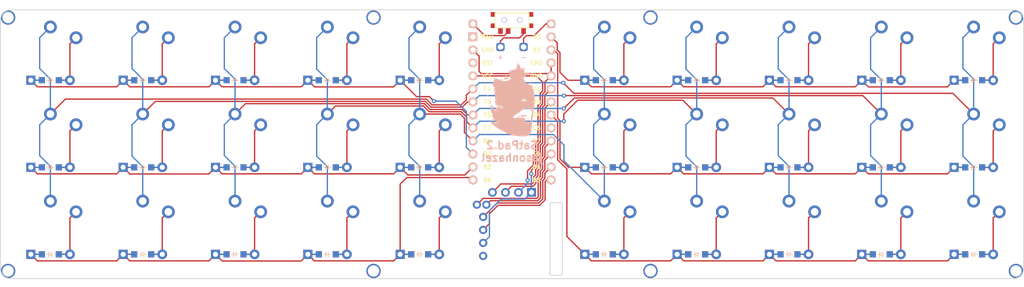
<source format=kicad_pcb>
(kicad_pcb (version 20211014) (generator pcbnew)
  (title_block (title "satpad") (rev "v1.0.0") (company "Unknown"))
  (layers (0 "F.Cu" signal) (31 "B.Cu" signal) (34 "B.Paste" user) (35 "F.Paste" user) (36 "B.SilkS" user "B.Silkscreen") (37 "F.SilkS" user "F.Silkscreen") (38 "B.Mask" user) (39 "F.Mask" user) (44 "Edge.Cuts" user))
  (net 0 "")
  (net 1 "pinky_bottom")
  (net 2 "F4")
  (net 3 "B6")
  (net 4 "pinky_home")
  (net 5 "B2")
  (net 6 "pinky_top")
  (net 7 "B3")
  (net 8 "ring_bottom")
  (net 9 "F5")
  (net 10 "ring_home")
  (net 11 "ring_top")
  (net 12 "middle_bottom")
  (net 13 "F6")
  (net 14 "middle_home")
  (net 15 "middle_top")
  (net 16 "index_bottom")
  (net 17 "F7")
  (net 18 "index_home")
  (net 19 "index_top")
  (net 20 "inner_bottom")
  (net 21 "B1")
  (net 22 "inner_home")
  (net 23 "inner_top")
  (net 24 "mirror_pinky_bottom")
  (net 25 "D4")
  (net 26 "mirror_pinky_home")
  (net 27 "D2")
  (net 28 "mirror_pinky_top")
  (net 29 "D3")
  (net 30 "mirror_ring_bottom")
  (net 31 "mirror_ring_home")
  (net 32 "mirror_ring_top")
  (net 33 "mirror_middle_bottom")
  (net 34 "mirror_middle_home")
  (net 35 "mirror_middle_top")
  (net 36 "mirror_index_bottom")
  (net 37 "mirror_index_home")
  (net 38 "mirror_index_top")
  (net 39 "mirror_inner_bottom")
  (net 40 "mirror_inner_home")
  (net 41 "mirror_inner_top")
  (net 42 "RAW")
  (net 43 "GND")
  (net 44 "RST")
  (net 45 "VCC")
  (net 46 "D1")
  (net 47 "D0")
  (net 48 "C6")
  (net 49 "D7")
  (net 50 "E6")
  (net 51 "B4")
  (net 52 "B5")
  (net 53 "Bplus")
  (net 54 "Bminus")
  (net 55 "BAT")
  (footprint "E73:SPDT_C128955" (layer "F.Cu") (at 90 -41.25)
    (fp_text reference "T1" hide)
    (fp_text value "" hide)
  )
  (footprint "ComboDiode" (layer "F.Cu") (at 54 -12.5)
    (fp_text reference "D11" hide)
    (fp_text value "" hide)
  )
  (footprint "M2" (layer "F.Cu") (at 188.25 -41.75)
    (fp_text reference "")
    (fp_text value "")
  )
  (footprint "RollerEncoder_Panasonic_EVQWGD001" (layer "F.Cu") (at 90 1)
    (fp_text reference "REF**")
    (fp_text value "RollerEncoder_Panasonic_EVQWGD001")
    (fp_line (start 9.5 -6.6) (end 7.7 -6.6) (layer "Edge.Cuts") (width 0.15))
    (fp_line (start 9.8 7.3) (end 9.8 -6.3) (layer "Edge.Cuts") (width 0.15))
    (fp_line (start 7.7 7.6) (end 9.5 7.6) (layer "Edge.Cuts") (width 0.15))
    (fp_line (start 7.4 -6.3) (end 7.4 7.3) (layer "Edge.Cuts") (width 0.15))
    (fp_arc (start 9.8 7.3) (mid 9.712132 7.512132) (end 9.5 7.6) (layer "Edge.Cuts") (width 0.15))
    (fp_arc (start 7.7 7.6) (mid 7.487868 7.512132) (end 7.4 7.3) (layer "Edge.Cuts") (width 0.15))
    (fp_arc (start 7.4 -6.3) (mid 7.487868 -6.512132) (end 7.7 -6.6) (layer "Edge.Cuts") (width 0.15))
    (fp_arc (start 9.5 -6.6) (mid 9.712132 -6.512132) (end 9.8 -6.3) (layer "Edge.Cuts") (width 0.15))
  )
  (footprint "ProMicro" (layer "F.Cu") (at 90 -24 -90)
    (fp_text reference "MCU1" hide)
    (fp_text value "" hide)
  )
  (footprint "ComboDiode" (layer "F.Cu") (at 72 -29.5)
    (fp_text reference "D15" hide)
    (fp_text value "" hide)
  )
  (footprint "PG1350" (layer "F.Cu") (at 0 -17)
    (fp_text reference "S2" hide)
    (fp_text value "" hide)
  )
  (footprint "PG1350" (layer "F.Cu") (at 162 0)
    (fp_text reference "S19" hide)
    (fp_text value "" hide)
  )
  (footprint "PG1350" (layer "F.Cu") (at 54 0)
    (fp_text reference "S10" hide)
    (fp_text value "" hide)
  )
  (footprint "M2" (layer "F.Cu") (at 117 7.75)
    (fp_text reference "")
    (fp_text value "")
  )
  (footprint "lib:OLED_headers" (layer "F.Cu") (at 84 -6 90)
    (fp_text reference "OLED1" hide)
    (fp_text value "OLED")
  )
  (footprint "ComboDiode" (layer "F.Cu") (at 18 4.5)
    (fp_text reference "D4" hide)
    (fp_text value "" hide)
  )
  (footprint "M2" (layer "F.Cu") (at 63 -41.75)
    (fp_text reference "")
    (fp_text value "")
  )
  (footprint "PG1350" (layer "F.Cu") (at 72 -17)
    (fp_text reference "S14" hide)
    (fp_text value "" hide)
  )
  (footprint "PG1350" (layer "F.Cu") (at 36 -17)
    (fp_text reference "S8" hide)
    (fp_text value "" hide)
  )
  (footprint "PG1350" (layer "F.Cu") (at 108 -34)
    (fp_text reference "S30" hide)
    (fp_text value "" hide)
  )
  (footprint "ComboDiode" (layer "F.Cu") (at 72 4.5)
    (fp_text reference "D13" hide)
    (fp_text value "" hide)
  )
  (footprint "PG1350" (layer "F.Cu") (at 72 -34)
    (fp_text reference "S15" hide)
    (fp_text value "" hide)
  )
  (footprint "PG1350" (layer "F.Cu") (at 108 -17)
    (fp_text reference "S29" hide)
    (fp_text value "" hide)
  )
  (footprint "M2" (layer "F.Cu") (at -8.25 -41.75)
    (fp_text reference "")
    (fp_text value "")
  )
  (footprint "ComboDiode" (layer "F.Cu") (at 108 -29.5)
    (fp_text reference "D30" hide)
    (fp_text value "" hide)
  )
  (footprint "PG1350" (layer "F.Cu") (at 126 0)
    (fp_text reference "S25" hide)
    (fp_text value "" hide)
  )
  (footprint "ComboDiode" (layer "F.Cu") (at 108 4.5)
    (fp_text reference "D28" hide)
    (fp_text value "" hide)
  )
  (footprint "PG1350" (layer "F.Cu") (at 126 -34)
    (fp_text reference "S27" hide)
    (fp_text value "" hide)
  )
  (footprint "ComboDiode" (layer "F.Cu") (at 144 -12.5)
    (fp_text reference "D23" hide)
    (fp_text value "" hide)
  )
  (footprint "PG1350" (layer "F.Cu") (at 0 0)
    (fp_text reference "S1" hide)
    (fp_text value "" hide)
  )
  (footprint "ComboDiode" (layer "F.Cu") (at 18 -29.5)
    (fp_text reference "D6" hide)
    (fp_text value "" hide)
  )
  (footprint "ComboDiode" (layer "F.Cu") (at 0 -12.5)
    (fp_text reference "D2" hide)
    (fp_text value "" hide)
  )
  (footprint "PG1350" (layer "F.Cu") (at 108 0)
    (fp_text reference "S28" hide)
    (fp_text value "" hide)
  )
  (footprint "M2" (layer "F.Cu") (at 117 -41.75)
    (fp_text reference "")
    (fp_text value "")
  )
  (footprint "ComboDiode" (layer "F.Cu") (at 162 4.5)
    (fp_text reference "D19" hide)
    (fp_text value "" hide)
  )
  (footprint "PG1350" (layer "F.Cu") (at 144 -17)
    (fp_text reference "S23" hide)
    (fp_text value "" hide)
  )
  (footprint "pin" (layer "F.Cu") (at 87.75 -36)
    (fp_text reference "")
    (fp_text value "")
  )
  (footprint "ComboDiode" (layer "F.Cu") (at 36 4.5)
    (fp_text reference "D7" hide)
    (fp_text value "" hide)
  )
  (footprint "PG1350" (layer "F.Cu") (at 36 0)
    (fp_text reference "S7" hide)
    (fp_text value "" hide)
  )
  (footprint "ComboDiode" (layer "F.Cu") (at 162 -29.5)
    (fp_text reference "D21" hide)
    (fp_text value "" hide)
  )
  (footprint "ComboDiode" (layer "F.Cu") (at 36 -12.5)
    (fp_text reference "D8" hide)
    (fp_text value "" hide)
  )
  (footprint "PG1350" (layer "F.Cu") (at 162 -34)
    (fp_text reference "S21" hide)
    (fp_text value "" hide)
  )
  (footprint "PG1350" (layer "F.Cu") (at 72 0)
    (fp_text reference "S13" hide)
    (fp_text value "" hide)
  )
  (footprint "ComboDiode" (layer "F.Cu") (at 54 -29.5)
    (fp_text reference "D12" hide)
    (fp_text value "" hide)
  )
  (footprint "M2" (layer "F.Cu") (at -8.25 7.75)
    (fp_text reference "")
    (fp_text value "")
  )
  (footprint "PG1350" (layer "F.Cu") (at 144 -34)
    (fp_text reference "S24" hide)
    (fp_text value "" hide)
  )
  (footprint "ComboDiode" (layer "F.Cu") (at 126 -12.5)
    (fp_text reference "D26" hide)
    (fp_text value "" hide)
  )
  (footprint "ComboDiode" (layer "F.Cu") (at 162 -12.5)
    (fp_text reference "D20" hide)
    (fp_text value "" hide)
  )
  (footprint "M2" (layer "F.Cu") (at 63 7.75)
    (fp_text reference "")
    (fp_text value "")
  )
  (footprint "PG1350" (layer "F.Cu") (at 18 -34)
    (fp_text reference "S6" hide)
    (fp_text value "" hide)
  )
  (footprint "PG1350" (layer "F.Cu") (at 18 -17)
    (fp_text reference "S5" hide)
    (fp_text value "" hide)
  )
  (footprint "M2" (layer "F.Cu") (at 188.25 7.75)
    (fp_text reference "")
    (fp_text value "")
  )
  (footprint "PG1350" (layer "F.Cu") (at 126 -17)
    (fp_text reference "S26" hide)
    (fp_text value "" hide)
  )
  (footprint "PG1350" (layer "F.Cu") (at 54 -34)
    (fp_text reference "S12" hide)
    (fp_text value "" hide)
  )
  (footprint "PG1350" (layer "F.Cu") (at 144 0)
    (fp_text reference "S22" hide)
    (fp_text value "" hide)
  )
  (footprint "PG1350" (layer "F.Cu") (at 162 -17)
    (fp_text reference "S20" hide)
    (fp_text value "" hide)
  )
  (footprint "PG1350" (layer "F.Cu") (at 180 -17)
    (fp_text reference "S17" hide)
    (fp_text value "" hide)
  )
  (footprint "PG1350" (layer "F.Cu") (at 18 0)
    (fp_text reference "S4" hide)
    (fp_text value "" hide)
  )
  (footprint "PG1350" (layer "F.Cu") (at 0 -34)
    (fp_text reference "S3" hide)
    (fp_text value "" hide)
  )
  (footprint "PG1350" (layer "F.Cu") (at 180 0)
    (fp_text reference "S16" hide)
    (fp_text value "" hide)
  )
  (footprint "ComboDiode" (layer "F.Cu") (at 180 -29.5)
    (fp_text reference "D18" hide)
    (fp_text value "" hide)
  )
  (footprint "ComboDiode" (layer "F.Cu") (at 180 4.5)
    (fp_text reference "D16" hide)
    (fp_text value "" hide)
  )
  (footprint "ComboDiode" (layer "F.Cu") (at 0 -29.5)
    (fp_text reference "D3" hide)
    (fp_text value "" hide)
  )
  (footprint "PG1350" (layer "F.Cu") (at 54 -17)
    (fp_text reference "S11" hide)
    (fp_text value "" hide)
  )
  (footprint "ComboDiode" (layer "F.Cu") (at 108 -12.5)
    (fp_text reference "D29" hide)
    (fp_text value "" hide)
  )
  (footprint "ComboDiode" (layer "F.Cu") (at 180 -12.5)
    (fp_text reference "D17" hide)
    (fp_text value "" hide)
  )
  (footprint "ComboDiode" (layer "F.Cu") (at 18 -12.5)
    (fp_text reference "D5" hide)
    (fp_text value "" hide)
  )
  (footprint "ComboDiode" (layer "F.Cu") (at 54 4.5)
    (fp_text reference "D10" hide)
    (fp_text value "" hide)
  )
  (footprint "pin" (layer "F.Cu") (at 92.25 -36)
    (fp_text reference "")
    (fp_text value "")
  )
  (footprint "PG1350" (layer "F.Cu") (at 36 -34)
    (fp_text reference "S9" hide)
    (fp_text value "" hide)
  )
  (footprint "ComboDiode" (layer "F.Cu") (at 126 4.5)
    (fp_text reference "D25" hide)
    (fp_text value "" hide)
  )
  (footprint "ComboDiode" (layer "F.Cu") (at 0 4.5)
    (fp_text reference "D1" hide)
    (fp_text value "" hide)
  )
  (footprint "ComboDiode" (layer "F.Cu") (at 36 -29.5)
    (fp_text reference "D9" hide)
    (fp_text value "" hide)
  )
  (footprint "ComboDiode" (layer "F.Cu") (at 72 -12.5)
    (fp_text reference "D14" hide)
    (fp_text value "" hide)
  )
  (footprint "PG1350" (layer "F.Cu") (at 180 -34)
    (fp_text reference "S18" hide)
    (fp_text value "" hide)
  )
  (footprint "ComboDiode" (layer "F.Cu") (at 144 4.5)
    (fp_text reference "D22" hide)
    (fp_text value "" hide)
  )
  (footprint "ComboDiode" (layer "F.Cu") (at 144 -29.5)
    (fp_text reference "D24" hide)
    (fp_text value "" hide)
  )
  (footprint "ComboDiode" (layer "F.Cu") (at 126 -29.5)
    (fp_text reference "D27" hide)
    (fp_text value "" hide)
  )
  (footprint "LOGO" (layer "B.Cu") (at 89.5 -25.9 180)
    (fp_text reference "G***")
    (fp_text value "LOGO" hide)
  )
  (gr_arc (start 189.75 7.25) (mid 189.164214 8.664214) (end 187.75 9.25) (layer "Edge.Cuts") (width 0.15))
  (gr_line (start 187.75 -43.25) (end -7.75 -43.25) (layer "Edge.Cuts") (width 0.15))
  (gr_line (start -7.75 9.25) (end 187.75 9.25) (layer "Edge.Cuts") (width 0.15))
  (gr_arc (start 187.75 -43.25) (mid 189.164214 -42.664214) (end 189.75 -41.25) (layer "Edge.Cuts") (width 0.15))
  (gr_arc (start -9.75 -41.25) (mid -9.164214 -42.664214) (end -7.75 -43.25) (layer "Edge.Cuts") (width 0.15))
  (gr_line (start 189.75 7.25) (end 189.75 -41.25) (layer "Edge.Cuts") (width 0.15))
  (gr_arc (start -7.75 9.25) (mid -9.164214 8.664214) (end -9.75 7.25) (layer "Edge.Cuts") (width 0.15))
  (gr_line (start -9.75 -41.25) (end -9.75 7.25) (layer "Edge.Cuts") (width 0.15))
  (gr_text "SatPad.2\njasonhazel" (at 90 -15.6) (layer "B.SilkS") (effects (font (size 1.5 1.5) (thickness 0.3)) (justify mirror)))
  (gr_text "+" (at 87.75 -34) (layer "B.SilkS") (effects (font (size 1 1))))
  (gr_text "-" (at 92.25 -34) (layer "B.SilkS") (effects (font (size 1 1))))
  (segment (start 5 -3.8) (end 3.81 -2.61) (width 0.25) (layer "F.Cu") (net 1))
  (segment (start 1.65 4.5) (end 3.81 4.5) (width 0.25) (layer "F.Cu") (net 1))
  (segment (start 3.81 -2.61) (end 3.81 4.5) (width 0.25) (layer "F.Cu") (net 1))
  (segment (start 1.65 4.5) (end 3.81 4.5) (width 0.25) (layer "B.Cu") (net 1))
  (segment (start 102.05048 -26.94952) (end 175.95048 -26.94952) (width 0.25) (layer "F.Cu") (net 2))
  (segment (start 81.1 -25.688204) (end 81.1 -26.6) (width 0.25) (layer "F.Cu") (net 2))
  (segment (start 73.284083 -25.823071) (end 74.409074 -24.69808) (width 0.25) (layer "F.Cu") (net 2))
  (segment (start 0 -22.9) (end 2.923071 -25.823071) (width 0.25) (layer "F.Cu") (net 2))
  (segment (start 82.31 -27.81) (end 82.38 -27.81) (width 0.25) (layer "F.Cu") (net 2))
  (segment (start 2.923071 -25.823071) (end 73.284083 -25.823071) (width 0.25) (layer "F.Cu") (net 2))
  (segment (start 100 -29) (end 102.05048 -26.94952) (width 0.25) (layer "F.Cu") (net 2))
  (segment (start 175.95048 -26.94952) (end 180 -22.9) (width 0.25) (layer "F.Cu") (net 2))
  (segment (start 81.1 -26.6) (end 82.31 -27.81) (width 0.25) (layer "F.Cu") (net 2))
  (segment (start 74.409074 -24.69808) (end 80.109876 -24.69808) (width 0.25) (layer "F.Cu") (net 2))
  (segment (start 80.109876 -24.69808) (end 81.1 -25.688204) (width 0.25) (layer "F.Cu") (net 2))
  (via (at 100 -29) (size 0.8) (drill 0.4) (layers "F.Cu" "B.Cu") (net 2))
  (segment (start 0 -22.9) (end -2.089021 -20.810979) (width 0.25) (layer "B.Cu") (net 2))
  (segment (start 99.989189 -29.010811) (end 83.580811 -29.010811) (width 0.25) (layer "B.Cu") (net 2))
  (segment (start 180 -12.6) (end 180 -5.9) (width 0.25) (layer "B.Cu") (net 2))
  (segment (start -2.089021 -14.788043) (end 0 -12.699022) (width 0.25) (layer "B.Cu") (net 2))
  (segment (start 177.910979 -20.810979) (end 177.910979 -14.689021) (width 0.25) (layer "B.Cu") (net 2))
  (segment (start 0 -12.699022) (end 0 -5.9) (width 0.25) (layer "B.Cu") (net 2))
  (segment (start 0 -29.699022) (end 0 -22.9) (width 0.25) (layer "B.Cu") (net 2))
  (segment (start 180 -22.9) (end 177.910979 -20.810979) (width 0.25) (layer "B.Cu") (net 2))
  (segment (start 177.910979 -14.689021) (end 180 -12.6) (width 0.25) (layer "B.Cu") (net 2))
  (segment (start 177.910979 -37.810979) (end 177.910979 -31.81451) (width 0.25) (layer "B.Cu") (net 2))
  (segment (start 0 -39.9) (end -2.089021 -37.810979) (width 0.25) (layer "B.Cu") (net 2))
  (segment (start -2.089021 -31.788043) (end 0 -29.699022) (width 0.25) (layer "B.Cu") (net 2))
  (segment (start 100 -29) (end 99.989189 -29.010811) (width 0.25) (layer "B.Cu") (net 2))
  (segment (start -2.089021 -20.810979) (end -2.089021 -14.788043) (width 0.25) (layer "B.Cu") (net 2))
  (segment (start 83.580811 -29.010811) (end 82.38 -27.81) (width 0.25) (layer "B.Cu") (net 2))
  (segment (start 180 -39.9) (end 177.910979 -37.810979) (width 0.25) (layer "B.Cu") (net 2))
  (segment (start 177.910979 -31.81451) (end 180 -29.725489) (width 0.25) (layer "B.Cu") (net 2))
  (segment (start -2.089021 -37.810979) (end -2.089021 -31.788043) (width 0.25) (layer "B.Cu") (net 2))
  (segment (start 180 -29.725489) (end 180 -22.9) (width 0.25) (layer "B.Cu") (net 2))
  (segment (start -3.81 4.5) (end -1.65 4.5) (width 0.25) (layer "F.Cu") (net 3))
  (segment (start 14.19 4.5) (end 12.912989 5.777011) (width 0.25) (layer "F.Cu") (net 3))
  (segment (start 14.19 4.5) (end 16.35 4.5) (width 0.25) (layer "F.Cu") (net 3))
  (segment (start 68.19 -9.19) (end 69.5 -10.5) (width 0.25) (layer "F.Cu") (net 3))
  (segment (start 50.19 4.5) (end 52.35 4.5) (width 0.25) (layer "F.Cu") (net 3))
  (segment (start 68.19 4.5) (end 66.912989 5.777011) (width 0.25) (layer "F.Cu") (net 3))
  (segment (start 69.5 -10.5) (end 81.91 -10.5) (width 0.25) (layer "F.Cu") (net 3))
  (segment (start 33.49 5.8) (end 32.19 4.5) (width 0.25) (layer "F.Cu") (net 3))
  (segment (start 81.91 -10.5) (end 82.38 -10.03) (width 0.25) (layer "F.Cu") (net 3))
  (segment (start 68.19 4.5) (end 68.19 -9.19) (width 0.25) (layer "F.Cu") (net 3))
  (segment (start -2.532989 5.777011) (end -3.81 4.5) (width 0.25) (layer "F.Cu") (net 3))
  (segment (start 12.912989 5.777011) (end -2.532989 5.777011) (width 0.25) (layer "F.Cu") (net 3))
  (segment (start 51.467011 5.777011) (end 50.19 4.5) (width 0.25) (layer "F.Cu") (net 3))
  (segment (start 32.19 4.5) (end 30.912989 5.777011) (width 0.25) (layer "F.Cu") (net 3))
  (segment (start 15.467011 5.777011) (end 14.19 4.5) (width 0.25) (layer "F.Cu") (net 3))
  (segment (start 50.19 4.5) (end 48.89 5.8) (width 0.25) (layer "F.Cu") (net 3))
  (segment (start 30.912989 5.777011) (end 15.467011 5.777011) (width 0.25) (layer "F.Cu") (net 3))
  (segment (start 32.19 4.5) (end 34.35 4.5) (width 0.25) (layer "F.Cu") (net 3))
  (segment (start 48.89 5.8) (end 33.49 5.8) (width 0.25) (layer "F.Cu") (net 3))
  (segment (start 66.912989 5.777011) (end 51.467011 5.777011) (width 0.25) (layer "F.Cu") (net 3))
  (segment (start 68.19 4.5) (end 70.35 4.5) (width 0.25) (layer "F.Cu") (net 3))
  (segment (start 14.19 4.5) (end 16.35 4.5) (width 0.25) (layer "B.Cu") (net 3))
  (segment (start 50.19 4.5) (end 52.35 4.5) (width 0.25) (layer "B.Cu") (net 3))
  (segment (start -3.81 4.5) (end -1.65 4.5) (width 0.25) (layer "B.Cu") (net 3))
  (segment (start 32.19 4.5) (end 34.35 4.5) (width 0.25) (layer "B.Cu") (net 3))
  (segment (start 68.19 4.5) (end 70.35 4.5) (width 0.25) (layer "B.Cu") (net 3))
  (segment (start 3.81 -19.61) (end 3.81 -12.5) (width 0.25) (layer "F.Cu") (net 4))
  (segment (start 3.81 -12.5) (end 1.65 -12.5) (width 0.25) (layer "F.Cu") (net 4))
  (segment (start 5 -20.8) (end 3.81 -19.61) (width 0.25) (layer "F.Cu") (net 4))
  (segment (start 3.81 -12.5) (end 1.65 -12.5) (width 0.25) (layer "B.Cu") (net 4))
  (segment (start 82.37 -12.57) (end 82.38 -12.57) (width 0.25) (layer "F.Cu") (net 5))
  (segment (start 68.19 -12.5) (end 66.912989 -11.222989) (width 0.25) (layer "F.Cu") (net 5))
  (segment (start 15.49 -11.2) (end 14.19 -12.5) (width 0.25) (layer "F.Cu") (net 5))
  (segment (start 69.69 -11) (end 80.8 -11) (width 0.25) (layer "F.Cu") (net 5))
  (segment (start 48.912989 -11.222989) (end 33.467011 -11.222989) (width 0.25) (layer "F.Cu") (net 5))
  (segment (start 34.35 -12.5) (end 32.19 -12.5) (width 0.25) (layer "F.Cu") (net 5))
  (segment (start 80.8 -11) (end 82.37 -12.57) (width 0.25) (layer "F.Cu") (net 5))
  (segment (start -2.532989 -11.222989) (end -3.81 -12.5) (width 0.25) (layer "F.Cu") (net 5))
  (segment (start 70.35 -12.5) (end 68.19 -12.5) (width 0.25) (layer "F.Cu") (net 5))
  (segment (start 66.912989 -11.222989) (end 51.467011 -11.222989) (width 0.25) (layer "F.Cu") (net 5))
  (segment (start 33.467011 -11.222989) (end 32.19 -12.5) (width 0.25) (layer "F.Cu") (net 5))
  (segment (start 32.19 -12.5) (end 30.89 -11.2) (width 0.25) (layer "F.Cu") (net 5))
  (segment (start 51.467011 -11.222989) (end 50.19 -12.5) (width 0.25) (layer "F.Cu") (net 5))
  (segment (start -1.65 -12.5) (end -3.81 -12.5) (width 0.25) (layer "F.Cu") (net 5))
  (segment (start 14.19 -12.5) (end 12.912989 -11.222989) (width 0.25) (layer "F.Cu") (net 5))
  (segment (start 50.19 -12.5) (end 48.912989 -11.222989) (width 0.25) (layer "F.Cu") (net 5))
  (segment (start 12.912989 -11.222989) (end -2.532989 -11.222989) (width 0.25) (layer "F.Cu") (net 5))
  (segment (start 68.19 -12.5) (end 69.69 -11) (width 0.25) (layer "F.Cu") (net 5))
  (segment (start 52.35 -12.5) (end 50.19 -12.5) (width 0.25) (layer "F.Cu") (net 5))
  (segment (start 16.35 -12.5) (end 14.19 -12.5) (width 0.25) (layer "F.Cu") (net 5))
  (segment (start 30.89 -11.2) (end 15.49 -11.2) (width 0.25) (layer "F.Cu") (net 5))
  (segment (start 16.35 -12.5) (end 14.19 -12.5) (width 0.25) (layer "B.Cu") (net 5))
  (segment (start 34.35 -12.5) (end 32.19 -12.5) (width 0.25) (layer "B.Cu") (net 5))
  (segment (start -1.65 -12.5) (end -3.81 -12.5) (width 0.25) (layer "B.Cu") (net 5))
  (segment (start 52.35 -12.5) (end 50.19 -12.5) (width 0.25) (layer "B.Cu") (net 5))
  (segment (start 70.35 -12.5) (end 68.19 -12.5) (width 0.25) (layer "B.Cu") (net 5))
  (segment (start 3.81 -36.61) (end 3.81 -29.5) (width 0.25) (layer "F.Cu") (net 6))
  (segment (start 1.65 -29.5) (end 3.81 -29.5) (width 0.25) (layer "F.Cu") (net 6))
  (segment (start 5 -37.8) (end 3.81 -36.61) (width 0.25) (layer "F.Cu") (net 6))
  (segment (start 1.65 -29.5) (end 3.81 -29.5) (width 0.25) (layer "B.Cu") (net 6))
  (segment (start 48.912989 -28.222989) (end 33.467011 -28.222989) (width 0.25) (layer "F.Cu") (net 7))
  (segment (start 68.19 -29.5) (end 70.35 -29.5) (width 0.25) (layer "F.Cu") (net 7))
  (segment (start 68.19 -29.5) (end 66.89 -28.2) (width 0.25) (layer "F.Cu") (net 7))
  (segment (start 14.19 -29.5) (end 16.35 -29.5) (width 0.25) (layer "F.Cu") (net 7))
  (segment (start 66.89 -28.2) (end 51.49 -28.2) (width 0.25) (layer "F.Cu") (net 7))
  (segment (start 71.39 -26.3) (end 68.19 -29.5) (width 0.25) (layer "F.Cu") (net 7))
  (segment (start 32.19 -29.5) (end 34.35 -29.5) (width 0.25) (layer "F.Cu") (net 7))
  (segment (start 30.912989 -28.222989) (end 15.467011 -28.222989) (width 0.25) (layer "F.Cu") (net 7))
  (segment (start 50.19 -29.5) (end 52.35 -29.5) (width 0.25) (layer "F.Cu") (net 7))
  (segment (start 73.888456 -26.3) (end 71.39 -26.3) (width 0.25) (layer "F.Cu") (net 7))
  (segment (start -3.81 -29.5) (end -1.65 -29.5) (width 0.25) (layer "F.Cu") (net 7))
  (segment (start 15.467011 -28.222989) (end 14.19 -29.5) (width 0.25) (layer "F.Cu") (net 7))
  (segment (start 50.19 -29.5) (end 48.912989 -28.222989) (width 0.25) (layer "F.Cu") (net 7))
  (segment (start 12.912989 -28.222989) (end -2.532989 -28.222989) (width 0.25) (layer "F.Cu") (net 7))
  (segment (start 51.49 -28.2) (end 50.19 -29.5) (width 0.25) (layer "F.Cu") (net 7))
  (segment (start 32.19 -29.5) (end 30.912989 -28.222989) (width 0.25) (layer "F.Cu") (net 7))
  (segment (start 33.467011 -28.222989) (end 32.19 -29.5) (width 0.25) (layer "F.Cu") (net 7))
  (segment (start 14.19 -29.5) (end 12.912989 -28.222989) (width 0.25) (layer "F.Cu") (net 7))
  (segment (start 74.765876 -25.42258) (end 73.888456 -26.3) (width 0.25) (layer "F.Cu") (net 7))
  (segment (start -2.532989 -28.222989) (end -3.81 -29.5) (width 0.25) (layer "F.Cu") (net 7))
  (via (at 74.765876 -25.42258) (size 0.8) (drill 0.4) (layers "F.Cu" "B.Cu") (net 7))
  (segment (start 79.07742 -25.42258) (end 81.1 -23.4) (width 0.25) (layer "B.Cu") (net 7))
  (segment (start -3.81 -29.5) (end -1.65 -29.5) (width 0.25) (layer "B.Cu") (net 7))
  (segment (start 14.19 -29.5) (end 16.35 -29.5) (width 0.25) (layer "B.Cu") (net 7))
  (segment (start 32.19 -29.5) (end 34.35 -29.5) (width 0.25) (layer "B.Cu") (net 7))
  (segment (start 68.19 -29.5) (end 70.35 -29.5) (width 0.25) (layer "B.Cu") (net 7))
  (segment (start 81.1 -23.4) (end 81.1 -16.39) (width 0.25) (layer "B.Cu") (net 7))
  (segment (start 81.1 -16.39) (end 82.38 -15.11) (width 0.25) (layer "B.Cu") (net 7))
  (segment (start 50.19 -29.5) (end 52.35 -29.5) (width 0.25) (layer "B.Cu") (net 7))
  (segment (start 74.765876 -25.42258) (end 79.07742 -25.42258) (width 0.25) (layer "B.Cu") (net 7))
  (segment (start 21.81 -2.61) (end 21.81 4.5) (width 0.25) (layer "F.Cu") (net 8))
  (segment (start 23 -3.8) (end 21.81 -2.61) (width 0.25) (layer "F.Cu") (net 8))
  (segment (start 19.65 4.5) (end 21.81 4.5) (width 0.25) (layer "F.Cu") (net 8))
  (segment (start 19.65 4.5) (end 21.81 4.5) (width 0.25) (layer "B.Cu") (net 8))
  (segment (start 100.1 -26.5) (end 158.4 -26.5) (width 0.25) (layer "F.Cu") (net 9))
  (segment (start 73.097885 -25.373551) (end 74.222877 -24.24856) (width 0.25) (layer "F.Cu") (net 9))
  (segment (start 80.296074 -24.24856) (end 81.317514 -25.27) (width 0.25) (layer "F.Cu") (net 9))
  (segment (start 81.317514 -25.27) (end 82.38 -25.27) (width 0.25) (layer "F.Cu") (net 9))
  (segment (start 74.222877 -24.24856) (end 80.296074 -24.24856) (width 0.25) (layer "F.Cu") (net 9))
  (segment (start 20.473551 -25.373551) (end 73.097885 -25.373551) (width 0.25) (layer "F.Cu") (net 9))
  (segment (start 18 -22.9) (end 20.473551 -25.373551) (width 0.25) (layer "F.Cu") (net 9))
  (segment (start 158.4 -26.5) (end 162 -22.9) (width 0.25) (layer "F.Cu") (net 9))
  (via (at 100.1 -26.5) (size 0.8) (drill 0.4) (layers "F.Cu" "B.Cu") (net 9))
  (segment (start 159.910979 -37.810979) (end 159.910979 -31.689021) (width 0.25) (layer "B.Cu") (net 9))
  (segment (start 162 -29.6) (end 162 -22.9) (width 0.25) (layer "B.Cu") (net 9))
  (segment (start 159.910979 -20.810979) (end 159.910979 -14.788043) (width 0.25) (layer "B.Cu") (net 9))
  (segment (start 15.910979 -31.788043) (end 18 -29.699022) (width 0.25) (layer "B.Cu") (net 9))
  (segment (start 18 -22.9) (end 15.910979 -20.810979) (width 0.25) (layer "B.Cu") (net 9))
  (segment (start 162 -22.9) (end 159.910979 -20.810979) (width 0.25) (layer "B.Cu") (net 9))
  (segment (start 18 -29.699022) (end 18 -22.9) (width 0.25) (layer "B.Cu") (net 9))
  (segment (start 15.910979 -20.810979) (end 15.910979 -14.689021) (width 0.25) (layer "B.Cu") (net 9))
  (segment (start 15.910979 -37.810979) (end 15.910979 -31.788043) (width 0.25) (layer "B.Cu") (net 9))
  (segment (start 15.910979 -14.689021) (end 18 -12.6) (width 0.25) (layer "B.Cu") (net 9))
  (segment (start 162 -39.9) (end 159.910979 -37.810979) (width 0.25) (layer "B.Cu") (net 9))
  (segment (start 18 -12.6) (end 18 -5.9) (width 0.25) (layer "B.Cu") (net 9))
  (segment (start 83.61 -26.5) (end 82.38 -25.27) (width 0.25) (layer "B.Cu") (net 9))
  (segment (start 159.910979 -31.689021) (end 162 -29.6) (width 0.25) (layer "B.Cu") (net 9))
  (segment (start 100.1 -26.5) (end 83.61 -26.5) (width 0.25) (layer "B.Cu") (net 9))
  (segment (start 18 -39.9) (end 15.910979 -37.810979) (width 0.25) (layer "B.Cu") (net 9))
  (segment (start 159.910979 -14.788043) (end 162 -12.699022) (width 0.25) (layer "B.Cu") (net 9))
  (segment (start 162 -12.699022) (end 162 -5.9) (width 0.25) (layer "B.Cu") (net 9))
  (segment (start 21.81 -12.5) (end 19.65 -12.5) (width 0.25) (layer "F.Cu") (net 10))
  (segment (start 21.81 -19.61) (end 21.81 -12.5) (width 0.25) (layer "F.Cu") (net 10))
  (segment (start 23 -20.8) (end 21.81 -19.61) (width 0.25) (layer "F.Cu") (net 10))
  (segment (start 21.81 -12.5) (end 19.65 -12.5) (width 0.25) (layer "B.Cu") (net 10))
  (segment (start 19.65 -29.5) (end 21.81 -29.5) (width 0.25) (layer "F.Cu") (net 11))
  (segment (start 23 -37.8) (end 21.81 -36.61) (width 0.25) (layer "F.Cu") (net 11))
  (segment (start 21.81 -36.61) (end 21.81 -29.5) (width 0.25) (layer "F.Cu") (net 11))
  (segment (start 19.65 -29.5) (end 21.81 -29.5) (width 0.25) (layer "B.Cu") (net 11))
  (segment (start 41 -3.8) (end 39.81 -2.61) (width 0.25) (layer "F.Cu") (net 12))
  (segment (start 37.65 4.5) (end 39.81 4.5) (width 0.25) (layer "F.Cu") (net 12))
  (segment (start 39.81 -2.61) (end 39.81 4.5) (width 0.25) (layer "F.Cu") (net 12))
  (segment (start 37.65 4.5) (end 39.81 4.5) (width 0.25) (layer "B.Cu") (net 12))
  (segment (start 36 -22.9) (end 38.024031 -24.924031) (width 0.25) (layer "F.Cu") (net 13))
  (segment (start 140.84952 -26.05048) (end 144 -22.9) (width 0.25) (layer "F.Cu") (net 13))
  (segment (start 72.911687 -24.924031) (end 74.036678 -23.79904) (width 0.25) (layer "F.Cu") (net 13))
  (segment (start 100.1 -24) (end 102.15048 -26.05048) (width 0.25) (layer "F.Cu") (net 13))
  (segment (start 38.024031 -24.924031) (end 72.911687 -24.924031) (width 0.25) (layer "F.Cu") (net 13))
  (segment (start 81.341436 -22.73) (end 82.38 -22.73) (width 0.25) (layer "F.Cu") (net 13))
  (segment (start 102.15048 -26.05048) (end 140.84952 -26.05048) (width 0.25) (layer "F.Cu") (net 13))
  (segment (start 80.272396 -23.79904) (end 81.341436 -22.73) (width 0.25) (layer "F.Cu") (net 13))
  (segment (start 74.036678 -23.79904) (end 80.272396 -23.79904) (width 0.25) (layer "F.Cu") (net 13))
  (via (at 100.1 -24) (size 0.8) (drill 0.4) (layers "F.Cu" "B.Cu") (net 13))
  (segment (start 33.910979 -37.810979) (end 33.910979 -31.788043) (width 0.25) (layer "B.Cu") (net 13))
  (segment (start 33.910979 -20.810979) (end 33.910979 -14.788043) (width 0.25) (layer "B.Cu") (net 13))
  (segment (start 83.65 -24) (end 82.38 -22.73) (width 0.25) (layer "B.Cu") (net 13))
  (segment (start 36 -29.699022) (end 36 -22.9) (width 0.25) (layer "B.Cu") (net 13))
  (segment (start 141.910979 -31.689021) (end 144 -29.6) (width 0.25) (layer "B.Cu") (net 13))
  (segment (start 36 -39.9) (end 33.910979 -37.810979) (width 0.25) (layer "B.Cu") (net 13))
  (segment (start 100.1 -24) (end 83.65 -24) (width 0.25) (layer "B.Cu") (net 13))
  (segment (start 36 -22.9) (end 33.910979 -20.810979) (width 0.25) (layer "B.Cu") (net 13))
  (segment (start 141.910979 -20.810979) (end 141.910979 -14.788043) (width 0.25) (layer "B.Cu") (net 13))
  (segment (start 144 -12.699022) (end 144 -5.9) (width 0.25) (layer "B.Cu") (net 13))
  (segment (start 144 -29.6) (end 144 -22.9) (width 0.25) (layer "B.Cu") (net 13))
  (segment (start 141.910979 -37.810979) (end 141.910979 -31.689021) (width 0.25) (layer "B.Cu") (net 13))
  (segment (start 33.910979 -14.788043) (end 36 -12.699022) (width 0.25) (layer "B.Cu") (net 13))
  (segment (start 36 -12.699022) (end 36 -5.9) (width 0.25) (layer "B.Cu") (net 13))
  (segment (start 141.910979 -14.788043) (end 144 -12.699022) (width 0.25) (layer "B.Cu") (net 13))
  (segment (start 33.910979 -31.788043) (end 36 -29.699022) (width 0.25) (layer "B.Cu") (net 13))
  (segment (start 144 -22.9) (end 141.910979 -20.810979) (width 0.25) (layer "B.Cu") (net 13))
  (segment (start 144 -39.9) (end 141.910979 -37.810979) (width 0.25) (layer "B.Cu") (net 13))
  (segment (start 39.81 -12.5) (end 37.65 -12.5) (width 0.25) (layer "F.Cu") (net 14))
  (segment (start 41 -20.8) (end 39.81 -19.61) (width 0.25) (layer "F.Cu") (net 14))
  (segment (start 39.81 -19.61) (end 39.81 -12.5) (width 0.25) (layer "F.Cu") (net 14))
  (segment (start 39.81 -12.5) (end 37.65 -12.5) (width 0.25) (layer "B.Cu") (net 14))
  (segment (start 39.81 -36.61) (end 39.81 -29.5) (width 0.25) (layer "F.Cu") (net 15))
  (segment (start 37.65 -29.5) (end 39.81 -29.5) (width 0.25) (layer "F.Cu") (net 15))
  (segment (start 41 -37.8) (end 39.81 -36.61) (width 0.25) (layer "F.Cu") (net 15))
  (segment (start 37.65 -29.5) (end 39.81 -29.5) (width 0.25) (layer "B.Cu") (net 15))
  (segment (start 55.65 4.5) (end 57.81 4.5) (width 0.25) (layer "F.Cu") (net 16))
  (segment (start 59 -3.8) (end 57.81 -2.61) (width 0.25) (layer "F.Cu") (net 16))
  (segment (start 57.81 -2.61) (end 57.81 4.5) (width 0.25) (layer "F.Cu") (net 16))
  (segment (start 55.65 4.5) (end 57.81 4.5) (width 0.25) (layer "B.Cu") (net 16))
  (segment (start 72.725489 -24.474511) (end 73.85048 -23.34952) (width 0.25) (layer "F.Cu") (net 17))
  (segment (start 54 -22.9) (end 55.574511 -24.474511) (width 0.25) (layer "F.Cu") (net 17))
  (segment (start 81.179189 -22.256529) (end 81.179189 -21.390811) (width 0.25) (layer "F.Cu") (net 17))
  (segment (start 73.85048 -23.34952) (end 80.086198 -23.34952) (width 0.25) (layer "F.Cu") (net 17))
  (segment (start 80.086198 -23.34952) (end 81.179189 -22.256529) (width 0.25) (layer "F.Cu") (net 17))
  (segment (start 55.574511 -24.474511) (end 72.725489 -24.474511) (width 0.25) (layer "F.Cu") (net 17))
  (segment (start 102.80096 -25.60096) (end 123.29904 -25.60096) (width 0.25) (layer "F.Cu") (net 17))
  (segment (start 81.179189 -21.390811) (end 82.38 -20.19) (width 0.25) (layer "F.Cu") (net 17))
  (segment (start 100.1 -22.9) (end 102.80096 -25.60096) (width 0.25) (layer "F.Cu") (net 17))
  (segment (start 123.29904 -25.60096) (end 126 -22.9) (width 0.25) (layer "F.Cu") (net 17))
  (segment (start 100.1 -21.5) (end 100.1 -22.9) (width 0.25) (layer "F.Cu") (net 17))
  (via (at 100.1 -21.5) (size 0.8) (drill 0.4) (layers "F.Cu" "B.Cu") (net 17))
  (segment (start 51.910979 -31.689021) (end 54 -29.6) (width 0.25) (layer "B.Cu") (net 17))
  (segment (start 123.910979 -14.689021) (end 126 -12.6) (width 0.25) (layer "B.Cu") (net 17))
  (segment (start 126 -12.6) (end 126 -5.9) (width 0.25) (layer "B.Cu") (net 17))
  (segment (start 51.910979 -37.810979) (end 51.910979 -31.689021) (width 0.25) (layer "B.Cu") (net 17))
  (segment (start 123.910979 -31.689021) (end 126 -29.6) (width 0.25) (layer "B.Cu") (net 17))
  (segment (start 126 -29.6) (end 126 -22.9) (width 0.25) (layer "B.Cu") (net 17))
  (segment (start 126 -39.9) (end 123.910979 -37.810979) (width 0.25) (layer "B.Cu") (net 17))
  (segment (start 83.69 -21.5) (end 82.38 -20.19) (width 0.25) (layer "B.Cu") (net 17))
  (segment (start 54 -22.9) (end 51.910979 -20.810979) (width 0.25) (layer "B.Cu") (net 17))
  (segment (start 100.1 -21.5) (end 83.69 -21.5) (width 0.25) (layer "B.Cu") (net 17))
  (segment (start 54 -39.9) (end 51.910979 -37.810979) (width 0.25) (layer "B.Cu") (net 17))
  (segment (start 54 -12.6) (end 54 -5.9) (width 0.25) (layer "B.Cu") (net 17))
  (segment (start 123.910979 -20.810979) (end 123.910979 -14.689021) (width 0.25) (layer "B.Cu") (net 17))
  (segment (start 51.910979 -20.810979) (end 51.910979 -14.689021) (width 0.25) (layer "B.Cu") (net 17))
  (segment (start 51.910979 -14.689021) (end 54 -12.6) (width 0.25) (layer "B.Cu") (net 17))
  (segment (start 54 -29.6) (end 54 -22.9) (width 0.25) (layer "B.Cu") (net 17))
  (segment (start 123.910979 -37.810979) (end 123.910979 -31.689021) (width 0.25) (layer "B.Cu") (net 17))
  (segment (start 126 -22.9) (end 123.910979 -20.810979) (width 0.25) (layer "B.Cu") (net 17))
  (segment (start 57.81 -19.61) (end 57.81 -12.5) (width 0.25) (layer "F.Cu") (net 18))
  (segment (start 59 -20.8) (end 57.81 -19.61) (width 0.25) (layer "F.Cu") (net 18))
  (segment (start 57.81 -12.5) (end 55.65 -12.5) (width 0.25) (layer "F.Cu") (net 18))
  (segment (start 57.81 -12.5) (end 55.65 -12.5) (width 0.25) (layer "B.Cu") (net 18))
  (segment (start 59 -37.8) (end 57.81 -36.61) (width 0.25) (layer "F.Cu") (net 19))
  (segment (start 55.65 -29.5) (end 57.81 -29.5) (width 0.25) (layer "F.Cu") (net 19))
  (segment (start 57.81 -36.61) (end 57.81 -29.5) (width 0.25) (layer "F.Cu") (net 19))
  (segment (start 55.65 -29.5) (end 57.81 -29.5) (width 0.25) (layer "B.Cu") (net 19))
  (segment (start 73.65 4.5) (end 75.81 4.5) (width 0.25) (layer "F.Cu") (net 20))
  (segment (start 77 -3.8) (end 75.81 -2.61) (width 0.25) (layer "F.Cu") (net 20))
  (segment (start 75.81 -2.61) (end 75.81 4.5) (width 0.25) (layer "F.Cu") (net 20))
  (segment (start 73.65 4.5) (end 75.81 4.5) (width 0.25) (layer "B.Cu") (net 20))
  (segment (start 79.9 -22.9) (end 80.729669 -22.070331) (width 0.25) (layer "F.Cu") (net 21))
  (segment (start 72 -22.9) (end 79.9 -22.9) (width 0.25) (layer "F.Cu") (net 21))
  (segment (start 80.729669 -19.300331) (end 82.38 -17.65) (width 0.25) (layer "F.Cu") (net 21))
  (segment (start 80.729669 -22.070331) (end 80.729669 -19.300331) (width 0.25) (layer "F.Cu") (net 21))
  (segment (start 69.910979 -20.810979) (end 69.910979 -14.788043) (width 0.25) (layer "B.Cu") (net 21))
  (segment (start 72 -22.9) (end 69.910979 -20.810979) (width 0.25) (layer "B.Cu") (net 21))
  (segment (start 105.910979 -20.810979) (end 105.910979 -14.889021) (width 0.25) (layer "B.Cu") (net 21))
  (segment (start 100.129189 -13.770811) (end 100.129189 -16.839015) (width 0.25) (layer "B.Cu") (net 21))
  (segment (start 108 -5.9) (end 100.129189 -13.770811) (width 0.25) (layer "B.Cu") (net 21))
  (segment (start 105.910979 -31.689021) (end 108 -29.6) (width 0.25) (layer "B.Cu") (net 21))
  (segment (start 108 -29.6) (end 108 -22.9) (width 0.25) (layer "B.Cu") (net 21))
  (segment (start 108 -39.9) (end 105.910979 -37.810979) (width 0.25) (layer "B.Cu") (net 21))
  (segment (start 69.910979 -31.788043) (end 72 -29.699022) (width 0.25) (layer "B.Cu") (net 21))
  (segment (start 100.129189 -16.839015) (end 98.068204 -18.9) (width 0.25) (layer "B.Cu") (net 21))
  (segment (start 83.63 -18.9) (end 82.38 -17.65) (width 0.25) (layer "B.Cu") (net 21))
  (segment (start 105.910979 -14.889021) (end 108 -12.8) (width 0.25) (layer "B.Cu") (net 21))
  (segment (start 105.910979 -37.810979) (end 105.910979 -31.689021) (width 0.25) (layer "B.Cu") (net 21))
  (segment (start 69.910979 -37.810979) (end 69.910979 -31.788043) (width 0.25) (layer "B.Cu") (net 21))
  (segment (start 98.068204 -18.9) (end 83.63 -18.9) (width 0.25) (layer "B.Cu") (net 21))
  (segment (start 72 -12.699022) (end 72 -5.9) (width 0.25) (layer "B.Cu") (net 21))
  (segment (start 108 -12.8) (end 108 -5.9) (width 0.25) (layer "B.Cu") (net 21))
  (segment (start 72 -29.699022) (end 72 -22.9) (width 0.25) (layer "B.Cu") (net 21))
  (segment (start 72 -39.9) (end 69.910979 -37.810979) (width 0.25) (layer "B.Cu") (net 21))
  (segment (start 69.910979 -14.788043) (end 72 -12.699022) (width 0.25) (layer "B.Cu") (net 21))
  (segment (start 108 -22.9) (end 105.910979 -20.810979) (width 0.25) (layer "B.Cu") (net 21))
  (segment (start 77 -20.8) (end 75.81 -19.61) (width 0.25) (layer "F.Cu") (net 22))
  (segment (start 75.81 -19.61) (end 75.81 -12.5) (width 0.25) (layer "F.Cu") (net 22))
  (segment (start 75.81 -12.5) (end 73.65 -12.5) (width 0.25) (layer "F.Cu") (net 22))
  (segment (start 75.81 -12.5) (end 73.65 -12.5) (width 0.25) (layer "B.Cu") (net 22))
  (segment (start 75.81 -36.61) (end 75.81 -29.5) (width 0.25) (layer "F.Cu") (net 23))
  (segment (start 73.65 -29.5) (end 75.81 -29.5) (width 0.25) (layer "F.Cu") (net 23))
  (segment (start 77 -37.8) (end 75.81 -36.61) (width 0.25) (layer "F.Cu") (net 23))
  (segment (start 73.65 -29.5) (end 75.81 -29.5) (width 0.25) (layer "B.Cu") (net 23))
  (segment (start 181.65 4.5) (end 183.81 4.5) (width 0.25) (layer "F.Cu") (net 24))
  (segment (start 185 -3.8) (end 183.81 -2.61) (width 0.25) (layer "F.Cu") (net 24))
  (segment (start 183.81 -2.61) (end 183.81 4.5) (width 0.25) (layer "F.Cu") (net 24))
  (segment (start 181.65 4.5) (end 183.81 4.5) (width 0.25) (layer "B.Cu") (net 24))
  (segment (start 120.912989 5.777011) (end 105.467011 5.777011) (width 0.25) (layer "F.Cu") (net 25))
  (segment (start 156.912989 5.777011) (end 141.467011 5.777011) (width 0.25) (layer "F.Cu") (net 25))
  (segment (start 140.19 4.5) (end 138.912989 5.777011) (width 0.25) (layer "F.Cu") (net 25))
  (segment (start 158.19 4.5) (end 156.912989 5.777011) (width 0.25) (layer "F.Cu") (net 25))
  (segment (start 174.912989 5.777011) (end 159.467011 5.777011) (width 0.25) (layer "F.Cu") (net 25))
  (segment (start 176.19 4.5) (end 174.912989 5.777011) (width 0.25) (layer "F.Cu") (net 25))
  (segment (start 98.9 -13.964282) (end 98.9 -21.45) (width 0.25) (layer "F.Cu") (net 25))
  (segment (start 176.19 4.5) (end 178.35 4.5) (width 0.25) (layer "F.Cu") (net 25))
  (segment (start 104.19 4.5) (end 100.7 1.01) (width 0.25) (layer "F.Cu") (net 25))
  (segment (start 98.9 -21.45) (end 97.62 -22.73) (width 0.25) (layer "F.Cu") (net 25))
  (segment (start 141.467011 5.777011) (end 140.19 4.5) (width 0.25) (layer "F.Cu") (net 25))
  (segment (start 122.19 4.5) (end 124.35 4.5) (width 0.25) (layer "F.Cu") (net 25))
  (segment (start 100.7 1.01) (end 100.7 -12.164282) (width 0.25) (layer "F.Cu") (net 25))
  (segment (start 140.19 4.5) (end 142.35 4.5) (width 0.25) (layer "F.Cu") (net 25))
  (segment (start 104.19 4.5) (end 106.35 4.5) (width 0.25) (layer "F.Cu") (net 25))
  (segment (start 105.467011 5.777011) (end 104.19 4.5) (width 0.25) (layer "F.Cu") (net 25))
  (segment (start 122.19 4.5) (end 120.912989 5.777011) (width 0.25) (layer "F.Cu") (net 25))
  (segment (start 138.912989 5.777011) (end 123.467011 5.777011) (width 0.25) (layer "F.Cu") (net 25))
  (segment (start 123.467011 5.777011) (end 122.19 4.5) (width 0.25) (layer "F.Cu") (net 25))
  (segment (start 158.19 4.5) (end 160.35 4.5) (width 0.25) (layer "F.Cu") (net 25))
  (segment (start 159.467011 5.777011) (end 158.19 4.5) (width 0.25) (layer "F.Cu") (net 25))
  (segment (start 100.7 -12.164282) (end 98.9 -13.964282) (width 0.25) (layer "F.Cu") (net 25))
  (segment (start 140.19 4.5) (end 142.35 4.5) (width 0.25) (layer "B.Cu") (net 25))
  (segment (start 176.19 4.5) (end 178.35 4.5) (width 0.25) (layer "B.Cu") (net 25))
  (segment (start 122.19 4.5) (end 124.35 4.5) (width 0.25) (layer "B.Cu") (net 25))
  (segment (start 158.19 4.5) (end 160.35 4.5) (width 0.25) (layer "B.Cu") (net 25))
  (segment (start 104.19 4.5) (end 106.35 4.5) (width 0.25) (layer "B.Cu") (net 25))
  (segment (start 185 -20.8) (end 183.81 -19.61) (width 0.25) (layer "F.Cu") (net 26))
  (segment (start 183.81 -19.61) (end 183.81 -12.5) (width 0.25) (layer "F.Cu") (net 26))
  (segment (start 183.81 -12.5) (end 181.65 -12.5) (width 0.25) (layer "F.Cu") (net 26))
  (segment (start 183.81 -12.5) (end 181.65 -12.5) (width 0.25) (layer "B.Cu") (net 26))
  (segment (start 141.467011 -11.222989) (end 140.19 -12.5) (width 0.25) (layer "F.Cu") (net 27))
  (segment (start 123.467011 -11.222989) (end 122.19 -12.5) (width 0.25) (layer "F.Cu") (net 27))
  (segment (start 120.912989 -11.222989) (end 105.467011 -11.222989) (width 0.25) (layer "F.Cu") (net 27))
  (segment (start 178.35 -12.5) (end 176.19 -12.5) (width 0.25) (layer "F.Cu") (net 27))
  (segment (start 138.912989 -11.222989) (end 123.467011 -11.222989) (width 0.25) (layer "F.Cu") (net 27))
  (segment (start 98.17 -35.43) (end 97.62 -35.43) (width 0.25) (layer "F.Cu") (net 27))
  (segment (start 160.35 -12.5) (end 158.19 -12.5) (width 0.25) (layer "F.Cu") (net 27))
  (segment (start 124.35 -12.5) (end 122.19 -12.5) (width 0.25) (layer "F.Cu") (net 27))
  (segment (start 176.19 -12.5) (end 174.912989 -11.222989) (width 0.25) (layer "F.Cu") (net 27))
  (segment (start 101 -12.5) (end 99.34952 -14.15048) (width 0.25) (layer "F.Cu") (net 27))
  (segment (start 122.19 -12.5) (end 120.912989 -11.222989) (width 0.25) (layer "F.Cu") (net 27))
  (segment (start 159.467011 -11.222989) (end 158.19 -12.5) (width 0.25) (layer "F.Cu") (net 27))
  (segment (start 142.35 -12.5) (end 140.19 -12.5) (width 0.25) (layer "F.Cu") (net 27))
  (segment (start 140.19 -12.5) (end 138.912989 -11.222989) (width 0.25) (layer "F.Cu") (net 27))
  (segment (start 105.467011 -11.222989) (end 104.19 -12.5) (width 0.25) (layer "F.Cu") (net 27))
  (segment (start 99.34952 -14.15048) (end 99.34952 -21.636197) (width 0.25) (layer "F.Cu") (net 27))
  (segment (start 174.912989 -11.222989) (end 159.467011 -11.222989) (width 0.25) (layer "F.Cu") (net 27))
  (segment (start 104.19 -12.5) (end 101 -12.5) (width 0.25) (layer "F.Cu") (net 27))
  (segment (start 106.35 -12.5) (end 104.19 -12.5) (width 0.25) (layer "F.Cu") (net 27))
  (segment (start 156.912989 -11.222989) (end 141.467011 -11.222989) (width 0.25) (layer "F.Cu") (net 27))
  (segment (start 158.19 -12.5) (end 156.912989 -11.222989) (width 0.25) (layer "F.Cu") (net 27))
  (segment (start 98.9 -34.7) (end 98.17 -35.43) (width 0.25) (layer "F.Cu") (net 27))
  (segment (start 98.9 -22.085718) (end 98.9 -34.7) (width 0.25) (layer "F.Cu") (net 27))
  (segment (start 99.34952 -21.636197) (end 98.9 -22.085718) (width 0.25) (layer "F.Cu") (net 27))
  (segment (start 106.35 -12.5) (end 104.19 -12.5) (width 0.25) (layer "B.Cu") (net 27))
  (segment (start 178.35 -12.5) (end 176.19 -12.5) (width 0.25) (layer "B.Cu") (net 27))
  (segment (start 160.35 -12.5) (end 158.19 -12.5) (width 0.25) (layer "B.Cu") (net 27))
  (segment (start 142.35 -12.5) (end 140.19 -12.5) (width 0.25) (layer "B.Cu") (net 27))
  (segment (start 124.35 -12.5) (end 122.19 -12.5) (width 0.25) (layer "B.Cu") (net 27))
  (segment (start 183.81 -36.61) (end 183.81 -29.5) (width 0.25) (layer "F.Cu") (net 28))
  (segment (start 185 -37.8) (end 183.81 -36.61) (width 0.25) (layer "F.Cu") (net 28))
  (segment (start 181.65 -29.5) (end 183.81 -29.5) (width 0.25) (layer "F.Cu") (net 28))
  (segment (start 181.65 -29.5) (end 183.81 -29.5) (width 0.25) (layer "B.Cu") (net 28))
  (segment (start 158.19 -29.5) (end 160.35 -29.5) (width 0.25) (layer "F.Cu") (net 29))
  (segment (start 138.912989 -28.222989) (end 123.467011 -28.222989) (width 0.25) (layer "F.Cu") (net 29))
  (segment (start 174.89 -28.2) (end 159.49 -28.2) (width 0.25) (layer "F.Cu") (net 29))
  (segment (start 158.19 -29.5) (end 156.912989 -28.222989) (width 0.25) (layer "F.Cu") (net 29))
  (segment (start 104.19 -29.5) (end 100.9 -29.5) (width 0.25) (layer "F.Cu") (net 29))
  (segment (start 120.912989 -28.222989) (end 105.467011 -28.222989) (width 0.25) (layer "F.Cu") (net 29))
  (segment (start 98.820811 -36.769189) (end 97.62 -37.97) (width 0.25) (layer "F.Cu") (net 29))
  (segment (start 123.467011 -28.222989) (end 122.19 -29.5) (width 0.25) (layer "F.Cu") (net 29))
  (segment (start 100.9 -29.5) (end 99.34952 -31.05048) (width 0.25) (layer "F.Cu") (net 29))
  (segment (start 176.19 -29.5) (end 178.35 -29.5) (width 0.25) (layer "F.Cu") (net 29))
  (segment (start 105.467011 -28.222989) (end 104.19 -29.5) (width 0.25) (layer "F.Cu") (net 29))
  (segment (start 176.19 -29.5) (end 174.89 -28.2) (width 0.25) (layer "F.Cu") (net 29))
  (segment (start 141.467011 -28.222989) (end 140.19 -29.5) (width 0.25) (layer "F.Cu") (net 29))
  (segment (start 122.19 -29.5) (end 124.35 -29.5) (width 0.25) (layer "F.Cu") (net 29))
  (segment (start 104.19 -29.5) (end 106.35 -29.5) (width 0.25) (layer "F.Cu") (net 29))
  (segment (start 99.34952 -31.05048) (end 99.34952 -34.886198) (width 0.25) (layer "F.Cu") (net 29))
  (segment (start 99.34952 -34.886198) (end 98.820811 -35.414907) (width 0.25) (layer "F.Cu") (net 29))
  (segment (start 140.19 -29.5) (end 138.912989 -28.222989) (width 0.25) (layer "F.Cu") (net 29))
  (segment (start 156.912989 -28.222989) (end 141.467011 -28.222989) (width 0.25) (layer "F.Cu") (net 29))
  (segment (start 159.49 -28.2) (end 158.19 -29.5) (width 0.25) (layer "F.Cu") (net 29))
  (segment (start 122.19 -29.5) (end 120.912989 -28.222989) (width 0.25) (layer "F.Cu") (net 29))
  (segment (start 140.19 -29.5) (end 142.35 -29.5) (width 0.25) (layer "F.Cu") (net 29))
  (segment (start 98.820811 -35.414907) (end 98.820811 -36.769189) (width 0.25) (layer "F.Cu") (net 29))
  (segment (start 140.19 -29.5) (end 142.35 -29.5) (width 0.25) (layer "B.Cu") (net 29))
  (segment (start 104.19 -29.5) (end 106.35 -29.5) (width 0.25) (layer "B.Cu") (net 29))
  (segment (start 176.19 -29.5) (end 178.35 -29.5) (width 0.25) (layer "B.Cu") (net 29))
  (segment (start 158.19 -29.5) (end 160.35 -29.5) (width 0.25) (layer "B.Cu") (net 29))
  (segment (start 122.19 -29.5) (end 124.35 -29.5) (width 0.25) (layer "B.Cu") (net 29))
  (segment (start 167 -3.8) (end 165.81 -2.61) (width 0.25) (layer "F.Cu") (net 30))
  (segment (start 165.81 -2.61) (end 165.81 4.5) (width 0.25) (layer "F.Cu") (net 30))
  (segment (start 163.65 4.5) (end 165.81 4.5) (width 0.25) (layer "F.Cu") (net 30))
  (segment (start 163.65 4.5) (end 165.81 4.5) (width 0.25) (layer "B.Cu") (net 30))
  (segment (start 165.81 -12.5) (end 163.65 -12.5) (width 0.25) (layer "F.Cu") (net 31))
  (segment (start 165.81 -19.61) (end 165.81 -12.5) (width 0.25) (layer "F.Cu") (net 31))
  (segment (start 167 -20.8) (end 165.81 -19.61) (width 0.25) (layer "F.Cu") (net 31))
  (segment (start 165.81 -12.5) (end 163.65 -12.5) (width 0.25) (layer "B.Cu") (net 31))
  (segment (start 167 -37.8) (end 165.81 -36.61) (width 0.25) (layer "F.Cu") (net 32))
  (segment (start 163.65 -29.5) (end 165.81 -29.5) (width 0.25) (layer "F.Cu") (net 32))
  (segment (start 165.81 -36.61) (end 165.81 -29.5) (width 0.25) (layer "F.Cu") (net 32))
  (segment (start 163.65 -29.5) (end 165.81 -29.5) (width 0.25) (layer "B.Cu") (net 32))
  (segment (start 145.65 4.5) (end 147.81 4.5) (width 0.25) (layer "F.Cu") (net 33))
  (segment (start 147.81 -2.61) (end 147.81 4.5) (width 0.25) (layer "F.Cu") (net 33))
  (segment (start 149 -3.8) (end 147.81 -2.61) (width 0.25) (layer "F.Cu") (net 33))
  (segment (start 145.65 4.5) (end 147.81 4.5) (width 0.25) (layer "B.Cu") (net 33))
  (segment (start 147.81 -19.61) (end 147.81 -12.5) (width 0.25) (layer "F.Cu") (net 34))
  (segment (start 147.81 -12.5) (end 145.65 -12.5) (width 0.25) (layer "F.Cu") (net 34))
  (segment (start 149 -20.8) (end 147.81 -19.61) (width 0.25) (layer "F.Cu") (net 34))
  (segment (start 147.81 -12.5) (end 145.65 -12.5) (width 0.25) (layer "B.Cu") (net 34))
  (segment (start 149 -37.8) (end 147.81 -36.61) (width 0.25) (layer "F.Cu") (net 35))
  (segment (start 147.81 -36.61) (end 147.81 -29.5) (width 0.25) (layer "F.Cu") (net 35))
  (segment (start 145.65 -29.5) (end 147.81 -29.5) (width 0.25) (layer "F.Cu") (net 35))
  (segment (start 145.65 -29.5) (end 147.81 -29.5) (width 0.25) (layer "B.Cu") (net 35))
  (segment (start 129.81 -2.61) (end 129.81 4.5) (width 0.25) (layer "F.Cu") (net 36))
  (segment (start 127.65 4.5) (end 129.81 4.5) (width 0.25) (layer "F.Cu") (net 36))
  (segment (start 131 -3.8) (end 129.81 -2.61) (width 0.25) (layer "F.Cu") (net 36))
  (segment (start 127.65 4.5) (end 129.81 4.5) (width 0.25) (layer "B.Cu") (net 36))
  (segment (start 129.81 -19.61) (end 129.81 -12.5) (width 0.25) (layer "F.Cu") (net 37))
  (segment (start 131 -20.8) (end 129.81 -19.61) (width 0.25) (layer "F.Cu") (net 37))
  (segment (start 129.81 -12.5) (end 127.65 -12.5) (width 0.25) (layer "F.Cu") (net 37))
  (segment (start 129.81 -12.5) (end 127.65 -12.5) (width 0.25) (layer "B.Cu") (net 37))
  (segment (start 127.65 -29.5) (end 129.81 -29.5) (width 0.25) (layer "F.Cu") (net 38))
  (segment (start 129.81 -36.61) (end 129.81 -29.5) (width 0.25) (layer "F.Cu") (net 38))
  (segment (start 131 -37.8) (end 129.81 -36.61) (width 0.25) (layer "F.Cu") (net 38))
  (segment (start 127.65 -29.5) (end 129.81 -29.5) (width 0.25) (layer "B.Cu") (net 38))
  (segment (start 113 -3.8) (end 111.81 -2.61) (width 0.25) (layer "F.Cu") (net 39))
  (segment (start 109.65 4.5) (end 111.81 4.5) (width 0.25) (layer "F.Cu") (net 39))
  (segment (start 111.81 -2.61) (end 111.81 4.5) (width 0.25) (layer "F.Cu") (net 39))
  (segment (start 109.65 4.5) (end 111.81 4.5) (width 0.25) (layer "B.Cu") (net 39))
  (segment (start 111.81 -12.5) (end 109.65 -12.5) (width 0.25) (layer "F.Cu") (net 40))
  (segment (start 111.81 -19.61) (end 111.81 -12.5) (width 0.25) (layer "F.Cu") (net 40))
  (segment (start 113 -20.8) (end 111.81 -19.61) (width 0.25) (layer "F.Cu") (net 40))
  (segment (start 111.81 -12.5) (end 109.65 -12.5) (width 0.25) (layer "B.Cu") (net 40))
  (segment (start 109.65 -29.5) (end 111.81 -29.5) (width 0.25) (layer "F.Cu") (net 41))
  (segment (start 111.81 -36.61) (end 111.81 -29.5) (width 0.25) (layer "F.Cu") (net 41))
  (segment (start 113 -37.8) (end 111.81 -36.61) (width 0.25) (layer "F.Cu") (net 41))
  (segment (start 109.65 -29.5) (end 111.81 -29.5) (width 0.25) (layer "B.Cu") (net 41))
  (segment (start 94.60192 -12.730509) (end 94.60192 -14.634792) (width 0.25) (layer "F.Cu") (net 43))
  (segment (start 95.95048 -24.871916) (end 95.95048 -26.776198) (width 0.25) (layer "F.Cu") (net 43))
  (segment (start 84.00048 -30.79952) (end 83.580811 -31.219189) (width 0.25) (layer "F.Cu") (net 43))
  (segment (start 97.62 -30.35) (end 97.17048 -30.79952) (width 0.25) (layer "F.Cu") (net 43))
  (segment (start 96.419189 -29.149189) (end 97.62 -30.35) (width 0.25) (layer "F.Cu") (net 43))
  (segment (start 97.17048 -30.79952) (end 84.00048 -30.79952) (width 0.25) (layer "F.Cu") (net 43))
  (segment (start 93.758552 -11.887141) (end 94.60192 -12.730509) (width 0.25) (layer "F.Cu") (net 43))
  (segment (start 93.8 -7.663563) (end 93.8 -7.6) (width 0.25) (layer "F.Cu") (net 43))
  (segment (start 96.419189 -27.244907) (end 96.419189 -29.149189) (width 0.25) (layer "F.Cu") (net 43))
  (segment (start 94.60192 -14.634792) (end 95.070629 -15.1035) (width 0.25) (layer "F.Cu") (net 43))
  (segment (start 95.070629 -17.007783) (end 95.520149 -17.457303) (width 0.25) (layer "F.Cu") (net 43))
  (segment (start 95.95048 -26.776198) (end 96.419189 -27.244907) (width 0.25) (layer "F.Cu") (net 43))
  (segment (start 95.520149 -24.441585) (end 95.95048 -24.871916) (width 0.25) (layer "F.Cu") (net 43))
  (segment (start 97.62 -30.35) (end 97.62 -32.89) (width 0.25) (layer "F.Cu") (net 43))
  (segment (start 93.758552 -11.2245) (end 93.758552 -11.887141) (width 0.25) (layer "F.Cu") (net 43))
  (segment (start 83.580811 -34.229189) (end 82.38 -35.43) (width 0.25) (layer "F.Cu") (net 43))
  (segment (start 95.520149 -17.457303) (end 95.520149 -24.441585) (width 0.25) (layer "F.Cu") (net 43))
  (segment (start 83.580811 -31.219189) (end 83.580811 -34.229189) (width 0.25) (layer "F.Cu") (net 43))
  (segment (start 95.070629 -15.1035) (end 95.070629 -17.007783) (width 0.25) (layer "F.Cu") (net 43))
  (via (at 93.758552 -11.2245) (size 0.8) (drill 0.4) (layers "F.Cu" "B.Cu") (net 43))
  (segment (start 85.6 1.045) (end 85.6 -4) (width 0.25) (layer "B.Cu") (net 43))
  (segment (start 87.9 -6.3) (end 92.5 -6.3) (width 0.25) (layer "B.Cu") (net 43))
  (segment (start 84.375 2.27) (end 85.6 1.045) (width 0.25) (layer "B.Cu") (net 43))
  (segment (start 85.6 -4) (end 87.9 -6.3) (width 0.25) (layer "B.Cu") (net 43))
  (segment (start 93.758552 -11.2245) (end 93.758552 -7.641448) (width 0.25) (layer "B.Cu") (net 43))
  (segment (start 93.758552 -7.641448) (end 93.8 -7.6) (width 0.25) (layer "B.Cu") (net 43))
  (segment (start 92.5 -6.3) (end 93.8 -7.6) (width 0.25) (layer "B.Cu") (net 43))
  (segment (start 94.621109 -17.193981) (end 95.070629 -17.643501) (width 0.25) (layer "F.Cu") (net 45))
  (segment (start 94.75 -30.35) (end 82.38 -30.35) (width 0.25) (layer "F.Cu") (net 45))
  (segment (start 95.50096 -25.058114) (end 95.50096 -26.962396) (width 0.25) (layer "F.Cu") (net 45))
  (segment (start 94.621109 -15.289697) (end 94.621109 -17.193981) (width 0.25) (layer "F.Cu") (net 45))
  (segment (start 94.152401 -14.82099) (end 94.621109 -15.289697) (width 0.25) (layer "F.Cu") (net 45))
  (segment (start 95.969669 -29.130331) (end 94.75 -30.35) (width 0.25) (layer "F.Cu") (net 45))
  (segment (start 93.034052 -11.798359) (end 94.1524 -12.916707) (width 0.25) (layer "F.Cu") (net 45))
  (segment (start 94.1524 -12.916707) (end 94.152401 -14.82099) (width 0.25) (layer "F.Cu") (net 45))
  (segment (start 93.034052 -9.97402) (end 93.034052 -11.798359) (width 0.25) (layer "F.Cu") (net 45))
  (segment (start 91.262299 -7.602299) (end 91.26 -7.6) (width 0.25) (layer "F.Cu") (net 45))
  (segment (start 95.070629 -17.643501) (end 95.070629 -24.627783) (width 0.25) (layer "F.Cu") (net 45))
  (segment (start 95.070629 -24.627783) (end 95.50096 -25.058114) (width 0.25) (layer "F.Cu") (net 45))
  (segment (start 95.50096 -26.962396) (end 95.969669 -27.431105) (width 0.25) (layer "F.Cu") (net 45))
  (segment (start 95.969669 -27.431105) (end 95.969669 -29.130331) (width 0.25) (layer "F.Cu") (net 45))
  (via (at 93.034052 -9.97402) (size 0.8) (drill 0.4) (layers "F.Cu" "B.Cu") (net 45))
  (segment (start 93.034052 -9.97402) (end 93.034052 -9.374052) (width 0.25) (layer "B.Cu") (net 45))
  (segment (start 93.034052 -9.374052) (end 91.26 -7.6) (width 0.25) (layer "B.Cu") (net 45))
  (segment (start 94.60192 -12.094792) (end 95.05144 -12.544311) (width 0.25) (layer "F.Cu") (net 46))
  (segment (start 95.520149 -14.917303) (end 95.520149 -16.821585) (width 0.25) (layer "F.Cu") (net 46))
  (segment (start 87.82952 -9.24952) (end 93.913802 -9.24952) (width 0.25) (layer "F.Cu") (net 46))
  (segment (start 94.20192 -9.537638) (end 94.20192 -10.637638) (width 0.25) (layer "F.Cu") (net 46))
  (segment (start 95.520149 -16.821585) (end 95.969669 -17.271105) (width 0.25) (layer "F.Cu") (net 46))
  (segment (start 94.60192 -11.037638) (end 94.60192 -12.094792) (width 0.25) (layer "F.Cu") (net 46))
  (segment (start 94.20192 -10.637638) (end 94.60192 -11.037638) (width 0.25) (layer "F.Cu") (net 46))
  (segment (start 86.18 -7.6) (end 87.82952 -9.24952) (width 0.25) (layer "F.Cu") (net 46))
  (segment (start 95.05144 -12.544311) (end 95.05144 -14.448594) (width 0.25) (layer "F.Cu") (net 46))
  (segment (start 93.913802 -9.24952) (end 94.20192 -9.537638) (width 0.25) (layer "F.Cu") (net 46))
  (segment (start 95.969669 -24.255387) (end 96.4 -24.685718) (width 0.25) (layer "F.Cu") (net 46))
  (segment (start 95.05144 -14.448594) (end 95.520149 -14.917303) (width 0.25) (layer "F.Cu") (net 46))
  (segment (start 96.4 -24.685718) (end 96.4 -26.59) (width 0.25) (layer "F.Cu") (net 46))
  (segment (start 95.969669 -17.271105) (end 95.969669 -24.255387) (width 0.25) (layer "F.Cu") (net 46))
  (segment (start 96.4 -26.59) (end 97.62 -27.81) (width 0.25) (layer "F.Cu") (net 46))
  (segment (start 94.65144 -10.45144) (end 95.05144 -10.85144) (width 0.25) (layer "F.Cu") (net 47))
  (segment (start 95.05144 -10.85144) (end 95.05144 -11.908594) (width 0.25) (layer "F.Cu") (net 47))
  (segment (start 95.50096 -12.358114) (end 95.50096 -14.262396) (width 0.25) (layer "F.Cu") (net 47))
  (segment (start 89.9 -8.8) (end 94.1 -8.8) (width 0.25) (layer "F.Cu") (net 47))
  (segment (start 96.419189 -24.069189) (end 97.62 -25.27) (width 0.25) (layer "F.Cu") (net 47))
  (segment (start 95.50096 -14.262396) (end 95.969669 -14.731105) (width 0.25) (layer "F.Cu") (net 47))
  (segment (start 95.969669 -14.731105) (end 95.969669 -16.635387) (width 0.25) (layer "F.Cu") (net 47))
  (segment (start 95.969669 -16.635387) (end 96.419189 -17.084907) (width 0.25) (layer "F.Cu") (net 47))
  (segment (start 96.419189 -17.084907) (end 96.419189 -24.069189) (width 0.25) (layer "F.Cu") (net 47))
  (segment (start 88.72 -7.6) (end 88.72 -7.62) (width 0.25) (layer "F.Cu") (net 47))
  (segment (start 94.65144 -9.35144) (end 94.65144 -10.45144) (width 0.25) (layer "F.Cu") (net 47))
  (segment (start 94.1 -8.8) (end 94.65144 -9.35144) (width 0.25) (layer "F.Cu") (net 47))
  (segment (start 88.72 -7.62) (end 89.9 -8.8) (width 0.25) (layer "F.Cu") (net 47))
  (segment (start 95.05144 -11.908594) (end 95.50096 -12.358114) (width 0.25) (layer "F.Cu") (net 47))
  (segment (start 84.375489 -6.425489) (end 94.825489 -6.425489) (width 0.25) (layer "F.Cu") (net 49))
  (segment (start 95.50096 -10.665242) (end 95.50096 -11.722396) (width 0.25) (layer "F.Cu") (net 49))
  (segment (start 96.419189 -16.449189) (end 97.62 -17.65) (width 0.25) (layer "F.Cu") (net 49))
  (segment (start 95.10096 -10.265242) (end 95.50096 -10.665242) (width 0.25) (layer "F.Cu") (net 49))
  (segment (start 95.95048 -14.076198) (end 96.419189 -14.544907) (width 0.25) (layer "F.Cu") (net 49))
  (segment (start 96.419189 -14.544907) (end 96.419189 -16.449189) (width 0.25) (layer "F.Cu") (net 49))
  (segment (start 95.10096 -6.70096) (end 95.10096 -10.265242) (width 0.25) (layer "F.Cu") (net 49))
  (segment (start 83.15 -5.2) (end 84.375489 -6.425489) (width 0.25) (layer "F.Cu") (net 49))
  (segment (start 94.825489 -6.425489) (end 95.10096 -6.70096) (width 0.25) (layer "F.Cu") (net 49))
  (segment (start 95.95048 -12.171916) (end 95.95048 -14.076198) (width 0.25) (layer "F.Cu") (net 49))
  (segment (start 95.50096 -11.722396) (end 95.95048 -12.171916) (width 0.25) (layer "F.Cu") (net 49))
  (segment (start 96.4 -11.985718) (end 96.4 -13.89) (width 0.25) (layer "F.Cu") (net 50))
  (segment (start 95.011686 -5.975969) (end 95.55048 -6.514763) (width 0.25) (layer "F.Cu") (net 50))
  (segment (start 85 -5.2) (end 85.775969 -5.975969) (width 0.25) (layer "F.Cu") (net 50))
  (segment (start 95.55048 -6.514763) (end 95.55048 -10.079044) (width 0.25) (layer "F.Cu") (net 50))
  (segment (start 95.55048 -10.079044) (end 95.95048 -10.479044) (width 0.25) (layer "F.Cu") (net 50))
  (segment (start 95.95048 -11.536198) (end 96.4 -11.985718) (width 0.25) (layer "F.Cu") (net 50))
  (segment (start 96.4 -13.89) (end 97.62 -15.11) (width 0.25) (layer "F.Cu") (net 50))
  (segment (start 95.95048 -10.479044) (end 95.95048 -11.536198) (width 0.25) (layer "F.Cu") (net 50))
  (segment (start 85.775969 -5.975969) (end 95.011686 -5.975969) (width 0.25) (layer "F.Cu") (net 50))
  (segment (start 87.091449 -5.526449) (end 95.197884 -5.526449) (width 0.25) (layer "F.Cu") (net 51))
  (segment (start 96 -9.892846) (end 96.4 -10.292847) (width 0.25) (layer "F.Cu") (net 51))
  (segment (start 95.197884 -5.526449) (end 96 -6.328565) (width 0.25) (layer "F.Cu") (net 51))
  (segment (start 96 -6.328565) (end 96 -9.892846) (width 0.25) (layer "F.Cu") (net 51))
  (segment (start 96.4 -11.35) (end 97.62 -12.57) (width 0.25) (layer "F.Cu") (net 51))
  (segment (start 96.4 -10.292847) (end 96.4 -11.35) (width 0.25) (layer "F.Cu") (net 51))
  (segment (start 84.375 -2.81) (end 87.091449 -5.526449) (width 0.25) (layer "F.Cu") (net 51))
  (segment (start 95.384082 -5.07693) (end 96.44952 -6.142369) (width 0.25) (layer "F.Cu") (net 52))
  (segment (start 85.6 -3.399282) (end 87.277648 -5.07693) (width 0.25) (layer "F.Cu") (net 52))
  (segment (start 84.375 -0.27) (end 85.6 -1.495) (width 0.25) (layer "F.Cu") (net 52))
  (segment (start 96.77287 -10.03) (end 97.62 -10.03) (width 0.25) (layer "F.Cu") (net 52))
  (segment (start 85.6 -1.495) (end 85.6 -3.399282) (width 0.25) (layer "F.Cu") (net 52))
  (segment (start 87.277648 -5.07693) (end 95.384082 -5.07693) (width 0.25) (layer "F.Cu") (net 52))
  (segment (start 96.44952 -9.706649) (end 96.77287 -10.03) (width 0.25) (layer "F.Cu") (net 52))
  (segment (start 96.44952 -6.142369) (end 96.44952 -9.706649) (width 0.25) (layer "F.Cu") (net 52))
  (segment (start 89.25 -38.950978) (end 88.524511 -38.225489) (width 0.25) (layer "F.Cu") (net 53))
  (segment (start 88.524511 -38.225489) (end 84.664511 -38.225489) (width 0.25) (layer "F.Cu") (net 53))
  (segment (start 89.25 -39.175) (end 89.25 -38.950978) (width 0.25) (layer "F.Cu") (net 53))
  (segment (start 84.664511 -38.225489) (end 82.38 -40.51) (width 0.25) (layer "F.Cu") (net 53))
  (segment (start 96.61 -40.51) (end 97.62 -40.51) (width 0.25) (layer "F.Cu") (net 54))
  (segment (start 92.25 -37.65) (end 92.825489 -38.225489) (width 0.25) (layer "F.Cu") (net 54))
  (segment (start 92.825489 -38.225489) (end 94.325489 -38.225489) (width 0.25) (layer "F.Cu") (net 54))
  (segment (start 92.25 -36) (end 92.25 -37.65) (width 0.25) (layer "F.Cu") (net 54))
  (segment (start 94.325489 -38.225489) (end 96.61 -40.51) (width 0.25) (layer "F.Cu") (net 54))
  (segment (start 92.25 -39.175) (end 92.25 -38.55) (width 0.25) (layer "F.Cu") (net 55))
  (segment (start 87.75 -37.15) (end 87.75 -36) (width 0.25) (layer "F.Cu") (net 55))
  (segment (start 91.475969 -37.775969) (end 88.375969 -37.775969) (width 0.25) (layer "F.Cu") (net 55))
  (segment (start 88.375969 -37.775969) (end 87.75 -37.15) (width 0.25) (layer "F.Cu") (net 55))
  (segment (start 92.25 -38.55) (end 91.475969 -37.775969) (width 0.25) (layer "F.Cu") (net 55))
)
</source>
